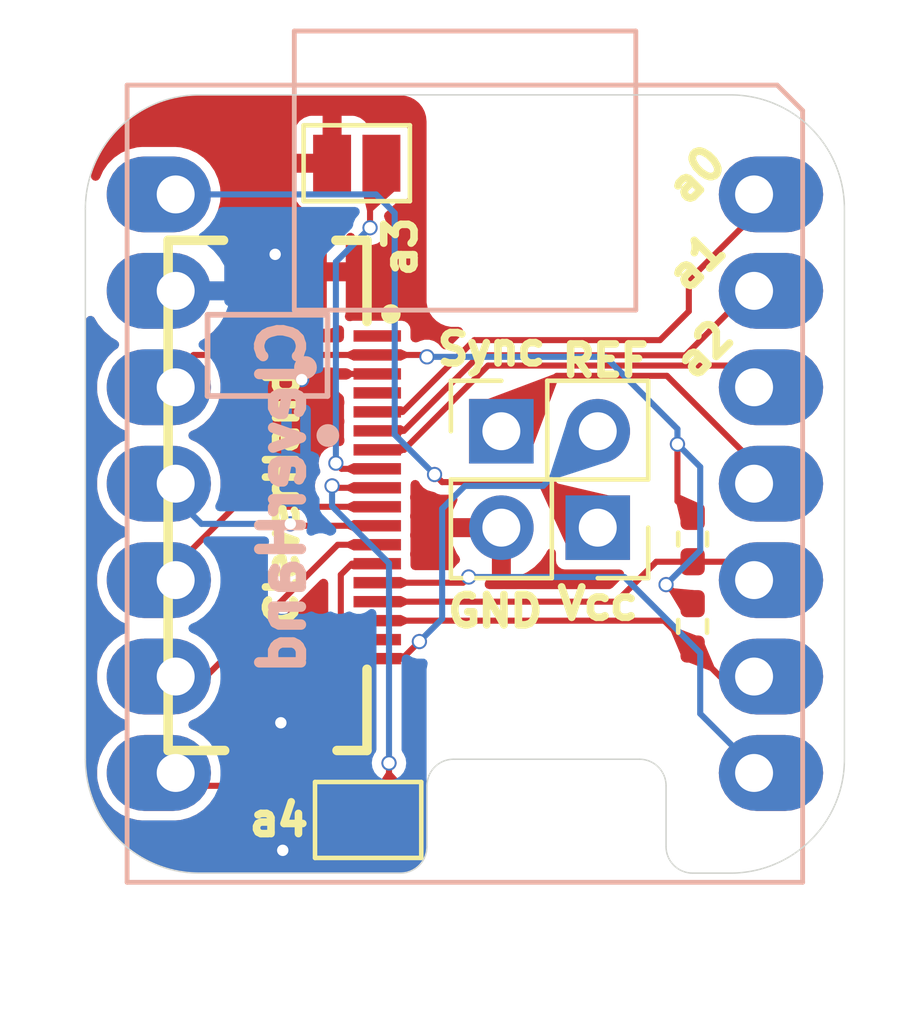
<source format=kicad_pcb>
(kicad_pcb (version 20240108) (generator "pcbnew") (generator_version "8.0")
  (layers (0 "F.Cu" signal "Front") (1 "In1.Cu" signal) (2 "In2.Cu" signal) (31 "B.Cu" signal "Back") (34 "B.Paste" user) (35 "F.Paste" user) (36 "B.SilkS" user "B.Silkscreen") (37 "F.SilkS" user "F.Silkscreen") (38 "B.Mask" user) (39 "F.Mask" user) (44 "Edge.Cuts" user))
  (net 0 "")
  (net 1 "+3.3V")
  (net 2 "/Sync")
  (net 3 "GND")
  (net 4 "/AUX3")
  (net 5 "/addr_bus_2")
  (net 6 "/IO2")
  (net 7 "/SCLK")
  (net 8 "/AUX1")
  (net 9 "/AUX2")
  (net 10 "/PICO")
  (net 11 "/i2C_SCL")
  (net 12 "/I2C_SDA")
  (net 13 "/POCI")
  (net 14 "/extRef")
  (net 15 "/addr_bus_0")
  (net 16 "/addr_bus_1")
  (net 17 "/IO1_out")
  (net 18 "VSYS")
  (net 19 "/addr_bus_4")
  (net 20 "/addr_bus_3")
  (footprint "Resistor_SMD:R_0402_1005Metric_Pad0.72x0.64mm_HandSolder" (layer "F.Cu") (at 62.5 88 -90)
    (property "Reference" "R1" (hide yes))
    (property "Value" "2k" (hide yes))
    (fp_line (start -0.167621 0.380001) (end 0.167621 0.380001) (stroke (width 0.12)) (layer "F.SilkS"))
    (fp_line (start -0.167621 -0.380001) (end 0.167621 -0.380001) (stroke (width 0.12)) (layer "F.SilkS"))
    (pad "1" smd roundrect (at -0.5975 0 270) (size 0.715 0.64) (layers "F.Cu" "F.Paste" "F.Mask") (net 1 "+3.3V"))
    (pad "2" smd roundrect (at 0.5975 0 270) (size 0.715 0.64) (layers "F.Cu" "F.Paste" "F.Mask") (net 11 "/i2C_SCL"))
  )
  (footprint "Resistor_SMD:R_0402_1005Metric_Pad0.72x0.64mm_HandSolder" (layer "F.Cu") (at 62.5 85.7 -90)
    (property "Reference" "R2" (hide yes))
    (property "Value" "2k" (hide yes))
    (fp_line (start -0.167621 0.380001) (end 0.167621 0.380001) (stroke (width 0.12)) (layer "F.SilkS"))
    (fp_line (start -0.167621 -0.380001) (end 0.167621 -0.380001) (stroke (width 0.12)) (layer "F.SilkS"))
    (pad "1" smd roundrect (at -0.5975 0 270) (size 0.715 0.64) (layers "F.Cu" "F.Paste" "F.Mask") (net 1 "+3.3V"))
    (pad "2" smd roundrect (at 0.5975 0 270) (size 0.715 0.64) (layers "F.Cu" "F.Paste" "F.Mask") (net 12 "/I2C_SDA"))
  )
  (footprint "00_lcsc:FPC-SMD_18P-P0.50_FPC-05F-18PH20" (layer "F.Cu") (at 52.9 84.6 -90)
    (property "Reference" "FPC1" (hide yes))
    (property "Value" "FPC-05F-18PH20" (hide yes))
    (fp_line (start -6.77 4.220001) (end -6.77 2.76) (stroke (width 0.25)) (layer "F.SilkS"))
    (fp_line (start 6.67 4.22) (end -6.77 4.220001) (stroke (width 0.25)) (layer "F.SilkS"))
    (fp_line (start 6.67 2.73) (end 6.67 4.22) (stroke (width 0.25)) (layer "F.SilkS"))
    (fp_line (start -6.77 -0.199999) (end -6.77 -1.02) (stroke (width 0.25)) (layer "F.SilkS"))
    (fp_line (start -6.77 -1.02) (end -4.629999 -1.02) (stroke (width 0.25)) (layer "F.SilkS"))
    (fp_line (start 4.53 -1.02) (end 6.67 -1.02) (stroke (width 0.25)) (layer "F.SilkS"))
    (fp_line (start 6.67 -1.02) (end 6.67 -0.23) (stroke (width 0.25)) (layer "F.SilkS"))
    (fp_circle (center -4.83 -1.65) (end -4.7 -1.65) (stroke (width 0.25)) (fill none) (layer "F.SilkS"))
    (fp_circle (center -4.83 -1.65) (end -4.7 -1.65) (stroke (width 0.25)) (fill none) (layer "F.SilkS"))
    (pad "1" smd rect (at -4.25 -1.29 270) (size 0.3 1.25) (layers "F.Cu" "F.Paste" "F.Mask") (net 8 "/AUX1"))
    (pad "2" smd rect (at -3.75 -1.29 270) (size 0.3 1.25) (layers "F.Cu" "F.Paste" "F.Mask") (net 1 "+3.3V"))
    (pad "3" smd rect (at -3.25 -1.29 270) (size 0.3 1.25) (layers "F.Cu" "F.Paste" "F.Mask") (net 3 "GND"))
    (pad "4" smd rect (at -2.75 -1.29 270) (size 0.3 1.25) (layers "F.Cu" "F.Paste" "F.Mask") (net 4 "/AUX3"))
    (pad "5" smd rect (at -2.25 -1.29 270) (size 0.3 1.25) (layers "F.Cu" "F.Paste" "F.Mask") (net 15 "/addr_bus_0"))
    (pad "6" smd rect (at -1.75 -1.29 270) (size 0.3 1.25) (layers "F.Cu" "F.Paste" "F.Mask") (net 16 "/addr_bus_1"))
    (pad "7" smd rect (at -1.25 -1.29 270) (size 0.3 1.25) (layers "F.Cu" "F.Paste" "F.Mask") (net 5 "/addr_bus_2"))
    (pad "8" smd rect (at -0.75 -1.29 270) (size 0.3 1.25) (layers "F.Cu" "F.Paste" "F.Mask") (net 20 "/addr_bus_3"))
    (pad "9" smd rect (at -0.25 -1.29 270) (size 0.3 1.25) (layers "F.Cu" "F.Paste" "F.Mask") (net 19 "/addr_bus_4"))
    (pad "10" smd rect (at 0.25 -1.29 270) (size 0.3 1.25) (layers "F.Cu" "F.Paste" "F.Mask") (net 13 "/POCI"))
    (pad "11" smd rect (at 0.75 -1.29 270) (size 0.3 1.25) (layers "F.Cu" "F.Paste" "F.Mask") (net 10 "/PICO"))
    (pad "12" smd rect (at 1.25 -1.29 270) (size 0.3 1.25) (layers "F.Cu" "F.Paste" "F.Mask") (net 7 "/SCLK"))
    (pad "13" smd rect (at 1.75 -1.29 270) (size 0.3 1.25) (layers "F.Cu" "F.Paste" "F.Mask") (net 17 "/IO1_out"))
    (pad "14" smd rect (at 2.25 -1.29 270) (size 0.3 1.25) (layers "F.Cu" "F.Paste" "F.Mask") (net 6 "/IO2"))
    (pad "15" smd rect (at 2.75 -1.29 270) (size 0.3 1.25) (layers "F.Cu" "F.Paste" "F.Mask") (net 12 "/I2C_SDA"))
    (pad "16" smd rect (at 3.25 -1.29 270) (size 0.3 1.25) (layers "F.Cu" "F.Paste" "F.Mask") (net 11 "/i2C_SCL"))
    (pad "17" smd rect (at 3.75 -1.29 270) (size 0.3 1.25) (layers "F.Cu" "F.Paste" "F.Mask") (net 9 "/AUX2"))
    (pad "18" smd rect (at 4.25 -1.29 270) (size 0.3 1.25) (layers "F.Cu" "F.Paste" "F.Mask") (net 14 "/extRef"))
    (pad "19" smd rect (at -5.94 1.29 270) (size 2 2.5) (layers "F.Cu" "F.Paste" "F.Mask") (net 3 "GND"))
    (pad "20" smd rect (at 5.94 1.25 270) (size 2 2.5) (layers "F.Cu" "F.Paste" "F.Mask") (net 3 "GND"))
  )
  (footprint "Jumper:SolderJumper-2_P1.3mm_Open_Pad1.0x1.5mm" (layer "F.Cu") (at 53.949999 93.1 180)
    (property "Reference" "JP1" (hide yes))
    (property "Value" "SolderJumper_2_Open" (hide yes))
    (fp_line (start 1.4 1) (end -1.4 1) (stroke (width 0.12)) (layer "F.SilkS"))
    (fp_line (start 1.4 -1) (end 1.4 1) (stroke (width 0.12)) (layer "F.SilkS"))
    (fp_line (start -1.4 1) (end -1.4 -1) (stroke (width 0.12)) (layer "F.SilkS"))
    (fp_line (start -1.4 -1) (end 1.4 -1) (stroke (width 0.12)) (layer "F.SilkS"))
    (pad "1" smd rect (at -0.649999 0 180) (size 1 1.5) (layers "F.Cu" "F.Mask") (net 19 "/addr_bus_4"))
    (pad "2" smd rect (at 0.649999 0 180) (size 1 1.5) (layers "F.Cu" "F.Mask") (net 3 "GND"))
  )
  (footprint "Connector_PinHeader_2.54mm:PinHeader_1x02_P2.54mm_Vertical" (layer "F.Cu") (at 57.46 82.86)
    (property "Reference" "J3" (hide yes))
    (property "Value" "Conn_01x02_Pin" (hide yes))
    (fp_line (start -1.33 -1.33) (end 0 -1.33) (stroke (width 0.12)) (layer "F.SilkS"))
    (fp_line (start -1.33 0) (end -1.33 -1.33) (stroke (width 0.12)) (layer "F.SilkS"))
    (fp_line (start -1.33 1.27) (end -1.33 3.87) (stroke (width 0.12)) (layer "F.SilkS"))
    (fp_line (start -1.33 1.27) (end 1.33 1.27) (stroke (width 0.12)) (layer "F.SilkS"))
    (fp_line (start -1.33 3.87) (end 1.33 3.87) (stroke (width 0.12)) (layer "F.SilkS"))
    (fp_line (start 1.33 1.27) (end 1.33 3.87) (stroke (width 0.12)) (layer "F.SilkS"))
    (pad "1" thru_hole rect (at 0 0) (size 1.7 1.7) (drill 1) (layers "*.Cu" "*.Mask") (net 2 "/Sync"))
    (pad "2" thru_hole oval (at 0 2.54) (size 1.7 1.7) (drill 1) (layers "*.Cu" "*.Mask") (net 3 "GND"))
  )
  (footprint "Connector_PinHeader_2.54mm:PinHeader_1x02_P2.54mm_Vertical" (layer "F.Cu") (at 60 85.4 180)
    (property "Reference" "J1" (hide yes))
    (property "Value" "Conn_01x02_Pin" (hide yes))
    (fp_line (start 1.33 1.270001) (end 1.33 3.87) (stroke (width 0.12)) (layer "F.SilkS"))
    (fp_line (start -1.33 3.87) (end 1.33 3.87) (stroke (width 0.12)) (layer "F.SilkS"))
    (fp_line (start -1.33 1.270001) (end 1.33 1.270001) (stroke (width 0.12)) (layer "F.SilkS"))
    (fp_line (start -1.33 1.270001) (end -1.33 3.87) (stroke (width 0.12)) (layer "F.SilkS"))
    (fp_line (start -1.33 0) (end -1.33 -1.33) (stroke (width 0.12)) (layer "F.SilkS"))
    (fp_line (start -1.33 -1.33) (end 0 -1.33) (stroke (width 0.12)) (layer "F.SilkS"))
    (pad "1" thru_hole rect (at 0 0 180) (size 1.7 1.7) (drill 1) (layers "*.Cu" "*.Mask") (net 18 "VSYS"))
    (pad "2" thru_hole oval (at 0 2.54 180) (size 1.7 1.7) (drill 1) (layers "*.Cu" "*.Mask") (net 14 "/extRef"))
  )
  (footprint "Jumper:SolderJumper-2_P1.3mm_Open_Pad1.0x1.5mm" (layer "F.Cu") (at 53.649999 75.8 180)
    (property "Reference" "JP2" (hide yes))
    (property "Value" "SolderJumper_2_Open" (hide yes))
    (fp_line (start 1.4 1) (end -1.4 1) (stroke (width 0.12)) (layer "F.SilkS"))
    (fp_line (start 1.4 -1) (end 1.4 1) (stroke (width 0.12)) (layer "F.SilkS"))
    (fp_line (start -1.4 1) (end -1.4 -1) (stroke (width 0.12)) (layer "F.SilkS"))
    (fp_line (start -1.4 -1) (end 1.4 -1) (stroke (width 0.12)) (layer "F.SilkS"))
    (pad "1" smd rect (at -0.649999 0 180) (size 1 1.5) (layers "F.Cu" "F.Mask") (net 20 "/addr_bus_3"))
    (pad "2" smd rect (at 0.649999 0 180) (size 1 1.5) (layers "F.Cu" "F.Mask") (net 3 "GND"))
  )
  (footprint "00_custom-footprints:xiaoSeeedStudio_MODULE14P-DIP" (layer "B.Cu") (at 56.499 94.74175 180)
    (property "Reference" "U2" (hide yes))
    (property "Value" "SEEEDUINO-XIAO-ESP32C3")
    (fp_line (start 8.9 21) (end 8.9 0) (stroke (width 0.127)) (layer "B.SilkS"))
    (fp_line (start 8.9 0) (end -8.9 0) (stroke (width 0.127)) (layer "B.SilkS"))
    (fp_line (start 4.495 22.424) (end -4.5 22.424) (stroke (width 0.127)) (layer "B.SilkS"))
    (fp_line (start 4.495 15.072) (end 4.495 22.424) (stroke (width 0.127)) (layer "B.SilkS"))
    (fp_line (start -4.504 22.425) (end -4.504 15.072) (stroke (width 0.127)) (layer "B.SilkS"))
    (fp_line (start -4.504 15.072) (end 4.495 15.072) (stroke (width 0.127)) (layer "B.SilkS"))
    (fp_line (start -8.228459 21) (end 8.9 21) (stroke (width 0.127)) (layer "B.SilkS"))
    (fp_line (start -8.9 20.3285) (end -8.228459 21) (stroke (width 0.127)) (layer "B.SilkS"))
    (fp_line (start -8.9 0) (end -8.9 20.3285) (stroke (width 0.127)) (layer "B.SilkS"))
    (pad "1" thru_hole roundrect (at -7.62 18.12 180) (size 2.75 2) (drill 1 (offset -0.445 0)) (layers "*.Cu" "*.Mask") (roundrect_rratio 0.5) (net 15 "/addr_bus_0"))
    (pad "2" thru_hole roundrect (at -7.62 15.58 180) (size 2.75 2) (drill 1 (offset -0.445 0)) (layers "*.Cu" "*.Mask") (roundrect_rratio 0.5) (net 16 "/addr_bus_1"))
    (pad "3" thru_hole roundrect (at -7.62 13.04 180) (size 2.75 2) (drill 1 (offset -0.445 0)) (layers "*.Cu" "*.Mask") (roundrect_rratio 0.5) (net 5 "/addr_bus_2"))
    (pad "4" thru_hole roundrect (at -7.62 10.5 180) (size 2.75 2) (drill 1 (offset -0.445 0)) (layers "*.Cu" "*.Mask") (roundrect_rratio 0.5) (net 2 "/Sync"))
    (pad "5" thru_hole roundrect (at -7.62 7.96 180) (size 2.75 2) (drill 1 (offset -0.445 0)) (layers "*.Cu" "*.Mask") (roundrect_rratio 0.5) (net 12 "/I2C_SDA"))
    (pad "6" thru_hole roundrect (at -7.62 5.42 180) (size 2.75 2) (drill 1 (offset -0.445 0)) (layers "*.Cu" "*.Mask") (roundrect_rratio 0.5) (net 11 "/i2C_SCL"))
    (pad "7" thru_hole roundrect (at -7.62 2.88 180) (size 2.75 2) (drill 1 (offset -0.445 0)) (layers "*.Cu" "*.Mask") (roundrect_rratio 0.5) (net 6 "/IO2"))
    (pad "8" thru_hole roundrect (at 7.62 2.88 180) (size 2.75 2) (drill 1 (offset 0.445 0)) (layers "*.Cu" "*.Mask") (roundrect_rratio 0.5) (net 17 "/IO1_out"))
    (pad "9" thru_hole roundrect (at 7.62 5.42 180) (size 2.75 2) (drill 1 (offset 0.445 0)) (layers "*.Cu" "*.Mask") (roundrect_rratio 0.5) (net 7 "/SCLK"))
    (pad "10" thru_hole roundrect (at 7.62 7.96 180) (size 2.75 2) (drill 1 (offset 0.445 0)) (layers "*.Cu" "*.Mask") (roundrect_rratio 0.5) (net 13 "/POCI"))
    (pad "11" thru_hole roundrect (at 7.62 10.5 180) (size 2.75 2) (drill 1 (offset 0.445 0)) (layers "*.Cu" "*.Mask") (roundrect_rratio 0.5) (net 10 "/PICO"))
    (pad "12" thru_hole roundrect (at 7.62 13.04 180) (size 2.75 2) (drill 1 (offset 0.445 0)) (layers "*.Cu" "*.Mask") (roundrect_rratio 0.5) (net 1 "+3.3V"))
    (pad "13" thru_hole roundrect (at 7.62 15.58 180) (size 2.75 2) (drill 1 (offset 0.445 0)) (layers "*.Cu" "*.Mask") (roundrect_rratio 0.5) (net 3 "GND"))
    (pad "14" thru_hole roundrect (at 7.62 18.12 180) (size 2.75 2) (drill 1 (offset 0.445 0)) (layers "*.Cu" "*.Mask") (roundrect_rratio 0.5) (net 18 "VSYS"))
  )
  (footprint "00_lcsc:MSOP-10_L3.0-W3.0-P0.50-LS5.0-BL" (layer "B.Cu") (at 51.299 80.86175 180)
    (property "Reference" "U1" (hide yes))
    (property "Value" "MCP4728A0T-E/UNVAO" (hide yes))
    (fp_line (start 1.58 1.07) (end -1.58 1.07) (stroke (width 0.15)) (layer "B.SilkS"))
    (fp_line (start 1.58 -1.07) (end 1.58 1.07) (stroke (width 0.15)) (layer "B.SilkS"))
    (fp_line (start -1.58 1.07) (end -1.58 -1.07) (stroke (width 0.15)) (layer "B.SilkS"))
    (fp_line (start -1.58 -1.07) (end 1.58 -1.07) (stroke (width 0.15)) (layer "B.SilkS"))
    (fp_circle (center -1 -0.32) (end -0.85 -0.32) (stroke (width 0.3)) (fill none) (layer "B.SilkS"))
    (fp_circle (center -1.59 -2.11) (end -1.44 -2.11) (stroke (width 0.3)) (fill none) (layer "B.SilkS"))
    (pad "1" smd oval (at -1 -2.11 180) (size 0.28 1.62) (layers "B.Cu" "B.Paste" "B.Mask"))
    (pad "2" smd oval (at -0.5 -2.11 180) (size 0.28 1.62) (layers "B.Cu" "B.Paste" "B.Mask"))
    (pad "3" smd oval (at 0 -2.11 180) (size 0.28 1.62) (layers "B.Cu" "B.Paste" "B.Mask"))
    (pad "4" smd oval (at 0.5 -2.11 180) (size 0.28 1.62) (layers "B.Cu" "B.Paste" "B.Mask"))
    (pad "5" smd oval (at 1 -2.11 180) (size 0.28 1.62) (layers "B.Cu" "B.Paste" "B.Mask"))
    (pad "6" smd oval (at 1 2.11 180) (size 0.28 1.62) (layers "B.Cu" "B.Paste" "B.Mask"))
    (pad "7" smd oval (at 0.5 2.11 180) (size 0.28 1.62) (layers "B.Cu" "B.Paste" "B.Mask"))
    (pad "8" smd oval (at 0 2.11 180) (size 0.28 1.62) (layers "B.Cu" "B.Paste" "B.Mask"))
    (pad "9" smd oval (at -0.5 2.11 180) (size 0.28 1.62) (layers "B.Cu" "B.Paste" "B.Mask"))
    (pad "10" smd oval (at -1 2.11 180) (size 0.28 1.62) (layers "B.Cu" "B.Paste" "B.Mask"))
  )
  (gr_line (start 66.5 91.5) (end 66.5 77) (stroke (width 0.0381)) (layer "Edge.Cuts"))
  (gr_arc (start 66.5 91.5) (mid 65.621331 93.621331) (end 63.5 94.5) (stroke (width 0.0381)) (layer "Edge.Cuts"))
  (gr_line (start 61.8 93.8) (end 61.8 92.2) (stroke (width 0.0381)) (layer "Edge.Cuts"))
  (gr_arc (start 49.5 94.5) (mid 47.378705 93.621295) (end 46.5 91.5) (stroke (width 0.0381)) (layer "Edge.Cuts"))
  (gr_arc (start 55.5 92.2) (mid 55.705025 91.705025) (end 56.2 91.5) (stroke (width 0.0381)) (layer "Edge.Cuts"))
  (gr_line (start 55.5 92.2) (end 55.5 93.8) (stroke (width 0.0381)) (layer "Edge.Cuts"))
  (gr_line (start 63.5 94.5) (end 62.5 94.5) (stroke (width 0.0381)) (layer "Edge.Cuts"))
  (gr_arc (start 46.5 77) (mid 47.37867 74.87867) (end 49.5 74) (stroke (width 0.0381)) (layer "Edge.Cuts"))
  (gr_line (start 46.5 77) (end 46.5 91.5) (stroke (width 0.0381)) (layer "Edge.Cuts"))
  (gr_line (start 63.5 74) (end 49.5 74) (stroke (width 0.0381)) (layer "Edge.Cuts"))
  (gr_arc (start 63.5 74) (mid 65.621295 74.878705) (end 66.5 77) (stroke (width 0.0381)) (layer "Edge.Cuts"))
  (gr_arc (start 55.5 93.8) (mid 55.294975 94.294975) (end 54.8 94.5) (stroke (width 0.0381)) (layer "Edge.Cuts"))
  (gr_line (start 54.8 94.5) (end 49.5 94.5) (stroke (width 0.0381)) (layer "Edge.Cuts"))
  (gr_arc (start 62.5 94.5) (mid 62.005025 94.294975) (end 61.8 93.8) (stroke (width 0.0381)) (layer "Edge.Cuts"))
  (gr_line (start 56.2 91.5) (end 61.1 91.5) (stroke (width 0.0381)) (layer "Edge.Cuts"))
  (gr_arc (start 61.1 91.5) (mid 61.594975 91.705025) (end 61.8 92.2) (stroke (width 0.0381)) (layer "Edge.Cuts"))
  (gr_text "CleverHand" (at 51.684999 84.6 90) (layer "B.SilkS") (effects (font (size 1.1 1.1) (thickness 0.275) (bold yes)) (justify mirror)))
  (gr_text "a2" (at 62.8 80.7 45) (layer "F.SilkS") (effects (font (size 0.8 0.8) (thickness 0.2) (bold yes))))
  (gr_text "a1" (at 62.6 78.4 45) (layer "F.SilkS") (effects (font (size 0.8 0.8) (thickness 0.2) (bold yes))))
  (gr_text "a0" (at 62.6 76.1 45) (layer "F.SilkS") (effects (font (size 0.8 0.8) (thickness 0.2) (bold yes))))
  (gr_text "REF" (at 60.2 81 0) (layer "F.SilkS") (effects (font (size 0.8 0.8) (thickness 0.2) (bold yes))))
  (gr_text "a3" (at 54.8 78 90) (layer "F.SilkS") (effects (font (size 0.8 0.8) (thickness 0.2) (bold yes))))
  (gr_text "Sync" (at 57.2 80.7 0) (layer "F.SilkS") (effects (font (size 0.8 0.8) (thickness 0.2) (bold yes))))
  (gr_text "Vcc" (at 60 87.4 0) (layer "F.SilkS") (effects (font (size 0.8 0.8) (thickness 0.2) (bold yes))))
  (gr_text "CleverHand" (at 51.684999 84.6 90) (layer "F.SilkS") (effects (font (size 0.8 0.8) (thickness 0.2) (bold yes))))
  (gr_text "a4" (at 51.6 93.1 0) (layer "F.SilkS") (effects (font (size 0.8 0.8) (thickness 0.2) (bold yes))))
  (gr_text "GND" (at 57.3 87.6 0) (layer "F.SilkS") (effects (font (size 0.8 0.8) (thickness 0.2) (bold yes))))
  (segment (start 62.1 83.2) (end 62.1 84.7025) (width 0.16) (layer "F.Cu") (net 1))
  (segment (start 54.19 80.85) (end 55.45 80.85) (width 0.16) (layer "F.Cu") (net 1))
  (segment (start 62.5 87.4025) (end 62.3025 87.4025) (width 0.16) (layer "F.Cu") (net 1))
  (segment (start 62.3025 87.4025) (end 61.8 86.9) (width 0.16) (layer "F.Cu") (net 1))
  (segment (start 55.45 80.85) (end 55.5 80.9) (width 0.16) (layer "F.Cu") (net 1))
  (segment (start 54.19 80.85) (end 49.35175 80.85) (width 0.16) (layer "F.Cu") (net 1))
  (segment (start 49.35175 80.85) (end 48.5 81.70175) (width 0.16) (layer "F.Cu") (net 1))
  (segment (start 62.1 84.7025) (end 62.5 85.1025) (width 0.16) (layer "F.Cu") (net 1))
  (via (at 62.1 83.2) (size 0.4) (drill 0.3) (layers "F.Cu" "B.Cu") (net 1))
  (via (at 61.8 86.9) (size 0.4) (drill 0.3) (layers "F.Cu" "B.Cu") (net 1))
  (via (at 55.5 80.9) (size 0.4) (drill 0.3) (layers "F.Cu" "B.Cu") (net 1))
  (segment (start 62.7 86) (end 62.7 83.8) (width 0.16) (layer "B.Cu") (net 1))
  (segment (start 61.8 86.9) (end 62.7 86) (width 0.16) (layer "B.Cu") (net 1))
  (segment (start 62.1 82.8) (end 62.1 83.2) (width 0.16) (layer "B.Cu") (net 1))
  (segment (start 60.1 80.9) (end 60.2 80.9) (width 0.16) (layer "B.Cu") (net 1))
  (segment (start 60.2 80.9) (end 62 82.7) (width 0.16) (layer "B.Cu") (net 1))
  (segment (start 62 82.7) (end 62.1 82.8) (width 0.16) (layer "B.Cu") (net 1))
  (segment (start 55.5 80.9) (end 60.1 80.9) (width 0.16) (layer "B.Cu") (net 1))
  (segment (start 62.7 83.8) (end 62.1 83.2) (width 0.16) (layer "B.Cu") (net 1))
  (segment (start 61.82325 81.4) (end 64.665 84.24175) (width 0.16) (layer "F.Cu") (net 2))
  (segment (start 58.92 81.4) (end 61.82325 81.4) (width 0.16) (layer "F.Cu") (net 2))
  (segment (start 57.46 82.86) (end 58.92 81.4) (width 0.16) (layer "F.Cu") (net 2))
  (segment (start 52.35 81.35) (end 52.2 81.5) (width 0.16) (layer "F.Cu") (net 3))
  (segment (start 51.61 78.31) (end 51.5 78.2) (width 0.16) (layer "F.Cu") (net 3))
  (segment (start 51.7 93.9) (end 52.5 93.1) (width 0.16) (layer "F.Cu") (net 3))
  (segment (start 52.5 93.1) (end 53.3 93.1) (width 0.16) (layer "F.Cu") (net 3))
  (segment (start 54.19 81.35) (end 52.35 81.35) (width 0.16) (layer "F.Cu") (net 3))
  (segment (start 51.61 78.66) (end 51.61 78.31) (width 0.16) (layer "F.Cu") (net 3))
  (via (at 52.2 81.5) (size 0.4) (drill 0.3) (layers "F.Cu" "B.Cu") (net 3))
  (via (at 51.7 93.9) (size 0.4) (drill 0.3) (layers "F.Cu" "B.Cu") (net 3))
  (via (at 51.5 78.2) (size 0.4) (drill 0.3) (layers "F.Cu" "B.Cu") (net 3))
  (via (at 51.65 90.54) (size 0.4) (drill 0.3) (layers "F.Cu" "B.Cu") (net 3))
  (segment (start 57.11 81.13) (end 64.09325 81.13) (width 0.16) (layer "F.Cu") (net 5))
  (segment (start 55.008701 83.238799) (end 55.008701 83.231299) (width 0.16) (layer "F.Cu") (net 5))
  (segment (start 64.09325 81.13) (end 64.665 81.70175) (width 0.16) (layer "F.Cu") (net 5))
  (segment (start 55.008701 83.231299) (end 57.11 81.13) (width 0.16) (layer "F.Cu") (net 5))
  (segment (start 54.8975 83.35) (end 55.008701 83.238799) (width 0.16) (layer "F.Cu") (net 5))
  (segment (start 54.19 83.35) (end 54.8975 83.35) (width 0.16) (layer "F.Cu") (net 5))
  (segment (start 54.19 86.85) (end 56.45 86.85) (width 0.16) (layer "F.Cu") (net 6))
  (segment (start 56.45 86.85) (end 56.6 86.7) (width 0.16) (layer "F.Cu") (net 6))
  (via (at 56.6 86.7) (size 0.4) (drill 0.3) (layers "F.Cu" "B.Cu") (net 6))
  (segment (start 56.6 86.7) (end 60.7 86.7) (width 0.16) (layer "B.Cu") (net 6))
  (segment (start 62.7 88.7) (end 62.7 90.3) (width 0.16) (layer "B.Cu") (net 6))
  (segment (start 64.26175 91.86175) (end 64.665 91.86175) (width 0.16) (layer "B.Cu") (net 6))
  (segment (start 60.7 86.7) (end 62.7 88.7) (width 0.16) (layer "B.Cu") (net 6))
  (segment (start 62.7 90.3) (end 64.26175 91.86175) (width 0.16) (layer "B.Cu") (net 6))
  (segment (start 48.5 89.32175) (end 49.67825 89.32175) (width 0.16) (layer "F.Cu") (net 7))
  (segment (start 53.15 85.85) (end 54.19 85.85) (width 0.16) (layer "F.Cu") (net 7))
  (segment (start 49.67825 89.32175) (end 53.15 85.85) (width 0.16) (layer "F.Cu") (net 7))
  (segment (start 51.95 85.35) (end 51.9 85.3) (width 0.16) (layer "F.Cu") (net 10))
  (segment (start 54.19 85.35) (end 51.95 85.35) (width 0.16) (layer "F.Cu") (net 10))
  (via (at 51.9 85.3) (size 0.4) (drill 0.3) (layers "F.Cu" "B.Cu") (net 10))
  (segment (start 51.9 85.3) (end 49.55825 85.3) (width 0.16) (layer "B.Cu") (net 10))
  (segment (start 49.55825 85.3) (end 48.5 84.24175) (width 0.16) (layer "B.Cu") (net 10))
  (segment (start 61.7525 87.85) (end 62.5 88.5975) (width 0.16) (layer "F.Cu") (net 11))
  (segment (start 62.5 88.5975) (end 63.22425 89.32175) (width 0.16) (layer "F.Cu") (net 11))
  (segment (start 54.19 87.85) (end 61.7525 87.85) (width 0.16) (layer "F.Cu") (net 11))
  (segment (start 63.22425 89.32175) (end 64.665 89.32175) (width 0.16) (layer "F.Cu") (net 11))
  (segment (start 61.5425 86.2975) (end 60.49 87.35) (width 0.16) (layer "F.Cu") (net 12))
  (segment (start 64.18075 86.2975) (end 61.5425 86.2975) (width 0.16) (layer "F.Cu") (net 12))
  (segment (start 60.49 87.35) (end 54.19 87.35) (width 0.16) (layer "F.Cu") (net 12))
  (segment (start 64.665 86.78175) (end 64.18075 86.2975) (width 0.16) (layer "F.Cu") (net 12))
  (segment (start 50.43175 84.85) (end 54.19 84.85) (width 0.16) (layer "F.Cu") (net 13))
  (segment (start 48.5 86.78175) (end 50.43175 84.85) (width 0.16) (layer "F.Cu") (net 13))
  (segment (start 54.85 88.85) (end 55.3 88.4) (width 0.16) (layer "F.Cu") (net 14))
  (segment (start 54.19 88.85) (end 54.85 88.85) (width 0.16) (layer "F.Cu") (net 14))
  (via (at 55.3 88.4) (size 0.4) (drill 0.3) (layers "F.Cu" "B.Cu") (net 14))
  (segment (start 55.9 87.8) (end 55.9 84.9) (width 0.16) (layer "B.Cu") (net 14))
  (segment (start 55.3 88.4) (end 55.9 87.8) (width 0.16) (layer "B.Cu") (net 14))
  (segment (start 58.56 84.3) (end 60 82.86) (width 0.16) (layer "B.Cu") (net 14))
  (segment (start 55.9 84.9) (end 56.5 84.3) (width 0.16) (layer "B.Cu") (net 14))
  (segment (start 56.5 84.3) (end 58.56 84.3) (width 0.16) (layer "B.Cu") (net 14))
  (segment (start 64.665 76.62175) (end 62.4 78.88675) (width 0.16) (layer "F.Cu") (net 15))
  (segment (start 62.4 79.7) (end 61.64 80.46) (width 0.16) (layer "F.Cu") (net 15))
  (segment (start 56.748192 80.46) (end 54.858192 82.35) (width 0.16) (layer "F.Cu") (net 15))
  (segment (start 54.858192 82.35) (end 54.19 82.35) (width 0.16) (layer "F.Cu") (net 15))
  (segment (start 61.64 80.46) (end 56.748192 80.46) (width 0.16) (layer "F.Cu") (net 15))
  (segment (start 62.4 78.88675) (end 62.4 79.7) (width 0.16) (layer "F.Cu") (net 15))
  (segment (start 64.00825 79.16175) (end 62.31 80.86) (width 0.16) (layer "F.Cu") (net 16))
  (segment (start 56.88 80.86) (end 54.89 82.85) (width 0.16) (layer "F.Cu") (net 16))
  (segment (start 62.31 80.86) (end 56.88 80.86) (width 0.16) (layer "F.Cu") (net 16))
  (segment (start 64.665 79.16175) (end 64.00825 79.16175) (width 0.16) (layer "F.Cu") (net 16))
  (segment (start 54.89 82.85) (end 54.19 82.85) (width 0.16) (layer "F.Cu") (net 16))
  (segment (start 48.83825 92.2) (end 52.52 92.2) (width 0.16) (layer "F.Cu") (net 17))
  (segment (start 53.23 86.64) (end 53.52 86.35) (width 0.16) (layer "F.Cu") (net 17))
  (segment (start 53.52 86.35) (end 54.19 86.35) (width 0.16) (layer "F.Cu") (net 17))
  (segment (start 48.5 91.86175) (end 48.83825 92.2) (width 0.16) (layer "F.Cu") (net 17))
  (segment (start 52.52 92.2) (end 53.23 91.49) (width 0.16) (layer "F.Cu") (net 17))
  (segment (start 53.23 91.49) (end 53.23 86.64) (width 0.16) (layer "F.Cu") (net 17))
  (segment (start 55.9 84.2) (end 55.7 84) (width 0.16) (layer "F.Cu") (net 18))
  (segment (start 58.8 84.2) (end 55.9 84.2) (width 0.16) (layer "F.Cu") (net 18))
  (segment (start 60 85.4) (end 58.8 84.2) (width 0.16) (layer "F.Cu") (net 18))
  (via (at 55.7 84) (size 0.4) (drill 0.3) (layers "F.Cu" "B.Cu") (net 18))
  (segment (start 54.158147 76.62175) (end 48.5 76.62175) (width 0.16) (layer "B.Cu") (net 18))
  (segment (start 55.7 84) (end 54.65 82.95) (width 0.16) (layer "B.Cu") (net 18))
  (segment (start 54.65 82.95) (end 54.65 77.113603) (width 0.16) (layer "B.Cu") (net 18))
  (segment (start 54.65 77.113603) (end 54.158147 76.62175) (width 0.16) (layer "B.Cu") (net 18))
  (segment (start 54.19 84.35) (end 53.05 84.35) (width 0.16) (layer "F.Cu") (net 19))
  (segment (start 54.5 91.6) (end 54.5 93.000002) (width 0.16) (layer "F.Cu") (net 19))
  (segment (start 54.5 93.000002) (end 54.599998 93.1) (width 0.16) (layer "F.Cu") (net 19))
  (segment (start 53.05 84.35) (end 53 84.3) (width 0.16) (layer "F.Cu") (net 19))
  (via (at 54.5 91.6) (size 0.4) (drill 0.3) (layers "F.Cu" "B.Cu") (net 19))
  (via (at 53 84.3) (size 0.4) (drill 0.3) (layers "F.Cu" "B.Cu") (net 19))
  (segment (start 53.1 84.936397) (end 54.4 86.236397) (width 0.16) (layer "B.Cu") (net 19))
  (segment (start 54.5 86.336397) (end 54.5 91.6) (width 0.16) (layer "B.Cu") (net 19))
  (segment (start 53 84.3) (end 53 84.836397) (width 0.16) (layer "B.Cu") (net 19))
  (segment (start 53 84.836397) (end 53.1 84.936397) (width 0.16) (layer "B.Cu") (net 19))
  (segment (start 54.4 86.236397) (end 54.5 86.336397) (width 0.16) (layer "B.Cu") (net 19))
  (segment (start 53.25 83.85) (end 53.1 83.7) (width 0.16) (layer "F.Cu") (net 20))
  (segment (start 54 76.099998) (end 54.299998 75.8) (width 0.16) (layer "F.Cu") (net 20))
  (segment (start 54 77.5) (end 54 76.099998) (width 0.16) (layer "F.Cu") (net 20))
  (segment (start 54.19 83.85) (end 53.25 83.85) (width 0.16) (layer "F.Cu") (net 20))
  (via (at 53.1 83.7) (size 0.4) (drill 0.3) (layers "F.Cu" "B.Cu") (net 20))
  (via (at 54 77.5) (size 0.4) (drill 0.3) (layers "F.Cu" "B.Cu") (net 20))
  (segment (start 53.1 78.4) (end 53.1 83.7) (width 0.16) (layer "B.Cu") (net 20))
  (segment (start 54 77.5) (end 53.1 78.4) (width 0.16) (layer "B.Cu") (net 20))
  (zone (net 3) (net_name "GND") (layers "F.Cu" "In1.Cu" "In2.Cu" "B.Cu") (connect_pads (clearance 0.25)) (min_thickness 0.25) (fill yes (thermal_gap 0.5) (thermal_bridge_width 0.5))
    (polygon (pts (xy 44.25 71.5) (xy 68.25 71.5) (xy 68.25 98.5) (xy 44.25 98.5)))
  )
)
</source>
